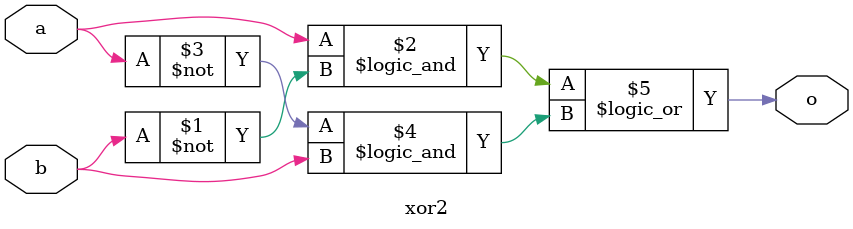
<source format=v>

module or2 (a,b,o);
    input a,b;
    output o;

    assign o = a || b;

endmodule

module and2 (a,b,o);
    input a,b;
    output o;

    assign o = a && b;

endmodule

module nand2 (a,b,o);
    input a,b;
    output o;

    assign o = ~(a && b);

endmodule

module xor2 (a,b,o);
    input a,b;
    output o;

    assign o = (a && ~b) || (~a && b);

endmodule

</source>
